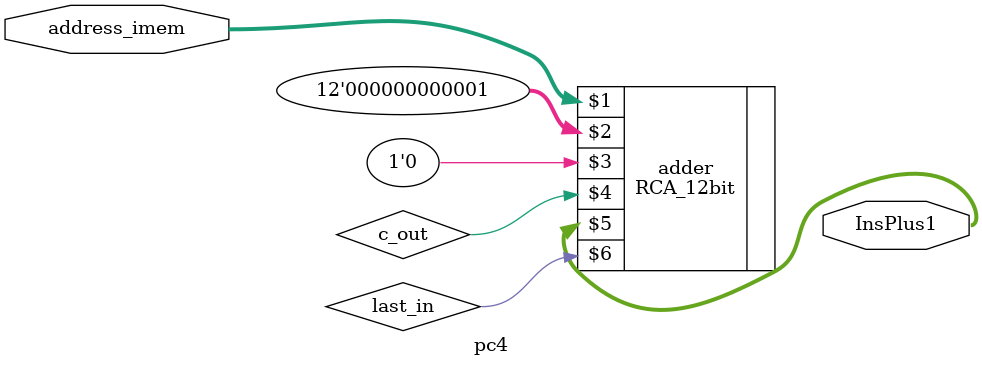
<source format=v>
module pc4(
	address_imem,InsPlus1
);
	input [11:0] address_imem;
	output [11:0] InsPlus1;
	wire  c_out, last_in;
	RCA_12bit adder(address_imem, 12'd1, 1'b0, c_out, InsPlus1, last_in);
endmodule

</source>
